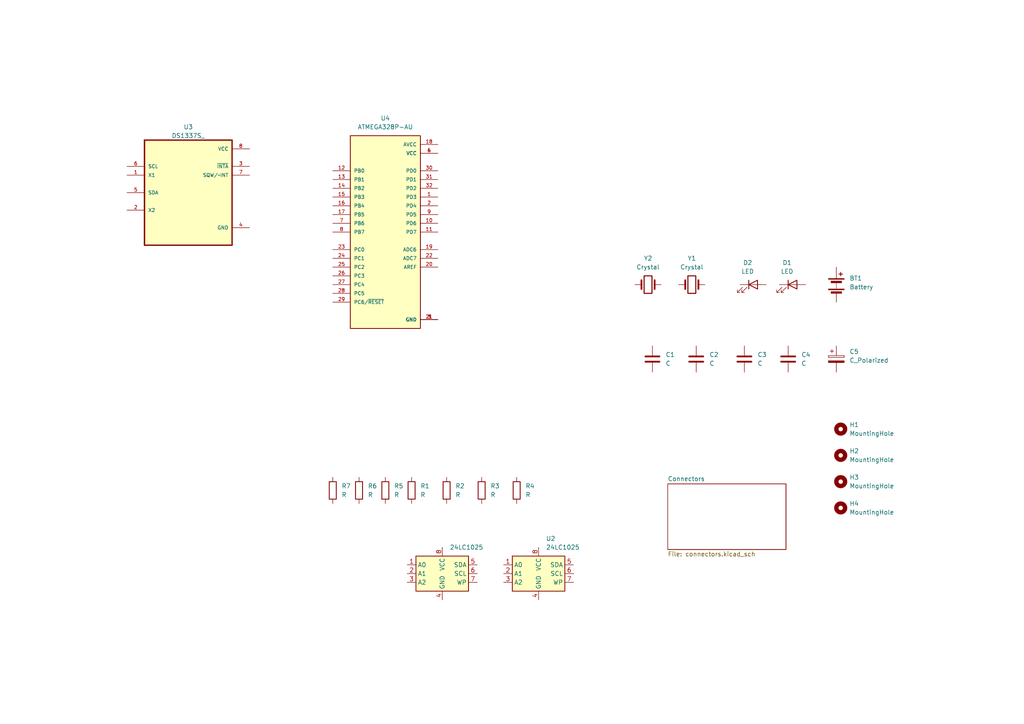
<source format=kicad_sch>
(kicad_sch (version 20250114) (generator "eeschema") (generator_version "9.0")
  (paper "A4")
  (title_block (title "${project_name}") (date "2025-08-06") (rev "1"))
  (lib_symbols
    (symbol "ATMEGA328P-AU:ATMEGA328P-AU" (pin_names (offset 1.016))
      (property "Reference" "U" (at -10.1755 29.2546 0))
      (property "Value" "ATMEGA328P-AU" (at -10.1669 -31.7714 0))
      (symbol "ATMEGA328P-AU_0_0"
        (rectangle (start -10.16 -27.94) (end 10.16 27.94) (stroke (width 0.254)) (fill (type background)))
        (pin bidirectional line (at -15.24 17.78 0) (length 5.08) (name "PB0") (number "12"))
        (pin bidirectional line (at -15.24 15.24 0) (length 5.08) (name "PB1") (number "13"))
        (pin bidirectional line (at -15.24 12.7 0) (length 5.08) (name "PB2") (number "14"))
        (pin bidirectional line (at -15.24 10.16 0) (length 5.08) (name "PB3") (number "15"))
        (pin bidirectional line (at -15.24 7.62 0) (length 5.08) (name "PB4") (number "16"))
        (pin bidirectional line (at -15.24 5.08 0) (length 5.08) (name "PB5") (number "17"))
        (pin bidirectional line (at -15.24 2.54 0) (length 5.08) (name "PB6") (number "7"))
        (pin bidirectional line (at -15.24 0 0) (length 5.08) (name "PB7") (number "8"))
        (pin bidirectional line (at -15.24 -5.08 0) (length 5.08) (name "PC0") (number "23"))
        (pin bidirectional line (at -15.24 -7.62 0) (length 5.08) (name "PC1") (number "24"))
        (pin bidirectional line (at -15.24 -10.16 0) (length 5.08) (name "PC2") (number "25"))
        (pin bidirectional line (at -15.24 -12.7 0) (length 5.08) (name "PC3") (number "26"))
        (pin bidirectional line (at -15.24 -15.24 0) (length 5.08) (name "PC4") (number "27"))
        (pin bidirectional line (at -15.24 -17.78 0) (length 5.08) (name "PC5") (number "28"))
        (pin bidirectional line (at -15.24 -20.32 0) (length 5.08) (name "PC6/~{RESET}") (number "29"))
        (pin power_in line (at 15.24 25.4 180) (length 5.08) (name "AVCC") (number "18"))
        (pin power_in line (at 15.24 22.86 180) (length 5.08) (name "VCC") (number "4"))
        (pin power_in line (at 15.24 22.86 180) (length 5.08) (name "VCC") (number "6"))
        (pin bidirectional line (at 15.24 17.78 180) (length 5.08) (name "PD0") (number "30"))
        (pin bidirectional line (at 15.24 15.24 180) (length 5.08) (name "PD1") (number "31"))
        (pin bidirectional line (at 15.24 12.7 180) (length 5.08) (name "PD2") (number "32"))
        (pin bidirectional line (at 15.24 10.16 180) (length 5.08) (name "PD3") (number "1"))
        (pin bidirectional line (at 15.24 7.62 180) (length 5.08) (name "PD4") (number "2"))
        (pin bidirectional line (at 15.24 5.08 180) (length 5.08) (name "PD5") (number "9"))
        (pin bidirectional line (at 15.24 2.54 180) (length 5.08) (name "PD6") (number "10"))
        (pin bidirectional line (at 15.24 0 180) (length 5.08) (name "PD7") (number "11"))
        (pin bidirectional line (at 15.24 -5.08 180) (length 5.08) (name "ADC6") (number "19"))
        (pin bidirectional line (at 15.24 -7.62 180) (length 5.08) (name "ADC7") (number "22"))
        (pin input line (at 15.24 -10.16 180) (length 5.08) (name "AREF") (number "20"))
        (pin power_in line (at 15.24 -25.4 180) (length 5.08) (name "GND") (number "21"))
        (pin power_in line (at 15.24 -25.4 180) (length 5.08) (name "GND") (number "3"))
        (pin power_in line (at 15.24 -25.4 180) (length 5.08) (name "GND") (number "5"))
      )
    )
    (symbol "DS1337S_:DS1337S_" (pin_names (offset 1.016))
      (property "Reference" "U" (at -12.7 16.24 0))
      (property "Value" "DS1337S_" (at -12.7 -19.24 0))
      (symbol "DS1337S__0_0"
        (rectangle (start -12.7 -15.24) (end 12.7 15.24) (stroke (width 0.41)) (fill (type background)))
        (pin input line (at -17.78 7.62 0) (length 5.08) (name "SCL") (number "6"))
        (pin input line (at -17.78 5.08 0) (length 5.08) (name "X1") (number "1"))
        (pin bidirectional line (at -17.78 0 0) (length 5.08) (name "SDA") (number "5"))
        (pin bidirectional line (at -17.78 -5.08 0) (length 5.08) (name "X2") (number "2"))
        (pin power_in line (at 17.78 12.7 180) (length 5.08) (name "VCC") (number "8"))
        (pin output line (at 17.78 7.62 180) (length 5.08) (name "~{INTA}") (number "3"))
        (pin output line (at 17.78 5.08 180) (length 5.08) (name "SQW/~INT") (number "7"))
        (pin power_in line (at 17.78 -10.16 180) (length 5.08) (name "GND") (number "4"))
      )
    )
    (symbol "Device:Battery" (pin_numbers (hide yes)) (pin_names (offset 0) (hide yes))
      (property "Reference" "BT" (at 2.54 2.54 0))
      (property "Value" "Battery" (at 2.54 0 0))
      (symbol "Battery_0_1"
        (rectangle (start -2.286 1.778) (end 2.286 1.524) (fill (type outline)))
        (rectangle (start -2.286 -1.27) (end 2.286 -1.524) (fill (type outline)))
        (rectangle (start -1.524 1.016) (end 1.524 0.508) (fill (type outline)))
        (rectangle (start -1.524 -2.032) (end 1.524 -2.54) (fill (type outline)))
        (polyline (pts (xy 0 1.778) (xy 0 2.54)))
        (polyline (pts (xy 0 0) (xy 0 0.254)))
        (polyline (pts (xy 0 -0.508) (xy 0 -0.254)))
        (polyline (pts (xy 0 -1.016) (xy 0 -0.762)))
        (polyline (pts (xy 0.762 3.048) (xy 1.778 3.048)) (stroke (width 0.254)))
        (polyline (pts (xy 1.27 3.556) (xy 1.27 2.54)) (stroke (width 0.254)))
      )
      (symbol "Battery_1_1"
        (pin passive line (at 0 5.08 270) (length 2.54) (name "+") (number "1"))
        (pin passive line (at 0 -5.08 90) (length 2.54) (name "-") (number "2"))
      )
    )
    (symbol "Device:C" (pin_numbers (hide yes)) (pin_names (offset 0.254))
      (property "Reference" "C" (at 0.635 2.54 0))
      (property "Value" "C" (at 0.635 -2.54 0))
      (symbol "C_0_1"
        (polyline (pts (xy -2.032 0.762) (xy 2.032 0.762)) (stroke (width 0.508)))
        (polyline (pts (xy -2.032 -0.762) (xy 2.032 -0.762)) (stroke (width 0.508)))
      )
      (symbol "C_1_1"
        (pin passive line (at 0 3.81 270) (length 2.794) (name "~") (number "1"))
        (pin passive line (at 0 -3.81 90) (length 2.794) (name "~") (number "2"))
      )
    )
    (symbol "Device:C_Polarized" (pin_numbers (hide yes)) (pin_names (offset 0.254))
      (property "Reference" "C" (at 0.635 2.54 0))
      (property "Value" "C_Polarized" (at 0.635 -2.54 0))
      (symbol "C_Polarized_0_1"
        (rectangle (start -2.286 0.508) (end 2.286 1.016))
        (polyline (pts (xy -1.778 2.286) (xy -0.762 2.286)))
        (polyline (pts (xy -1.27 2.794) (xy -1.27 1.778)))
        (rectangle (start 2.286 -0.508) (end -2.286 -1.016) (fill (type outline)))
      )
      (symbol "C_Polarized_1_1"
        (pin passive line (at 0 3.81 270) (length 2.794) (name "~") (number "1"))
        (pin passive line (at 0 -3.81 90) (length 2.794) (name "~") (number "2"))
      )
    )
    (symbol "Device:Crystal" (pin_numbers (hide yes)) (pin_names (offset 1.016) (hide yes))
      (property "Reference" "Y" (at 0 3.81 0))
      (property "Value" "Crystal" (at 0 -3.81 0))
      (symbol "Crystal_0_1"
        (polyline (pts (xy -2.54 0) (xy -1.905 0)))
        (polyline (pts (xy -1.905 -1.27) (xy -1.905 1.27)) (stroke (width 0.508)))
        (rectangle (start -1.143 2.54) (end 1.143 -2.54) (stroke (width 0.3048)))
        (polyline (pts (xy 1.905 -1.27) (xy 1.905 1.27)) (stroke (width 0.508)))
        (polyline (pts (xy 2.54 0) (xy 1.905 0)))
      )
      (symbol "Crystal_1_1"
        (pin passive line (at -3.81 0 0) (length 1.27) (name "1") (number "1"))
        (pin passive line (at 3.81 0 180) (length 1.27) (name "2") (number "2"))
      )
    )
    (symbol "Device:LED" (pin_numbers (hide yes)) (pin_names (offset 1.016) (hide yes))
      (property "Reference" "D" (at 0 2.54 0))
      (property "Value" "LED" (at 0 -2.54 0))
      (symbol "LED_0_1"
        (polyline (pts (xy -3.048 -0.762) (xy -4.572 -2.286) (xy -3.81 -2.286) (xy -4.572 -2.286) (xy -4.572 -1.524)))
        (polyline (pts (xy -1.778 -0.762) (xy -3.302 -2.286) (xy -2.54 -2.286) (xy -3.302 -2.286) (xy -3.302 -1.524)))
        (polyline (pts (xy -1.27 0) (xy 1.27 0)))
        (polyline (pts (xy -1.27 -1.27) (xy -1.27 1.27)) (stroke (width 0.254)))
        (polyline (pts (xy 1.27 -1.27) (xy 1.27 1.27) (xy -1.27 0) (xy 1.27 -1.27)) (stroke (width 0.254)))
      )
      (symbol "LED_1_1"
        (pin passive line (at -3.81 0 0) (length 2.54) (name "K") (number "1"))
        (pin passive line (at 3.81 0 180) (length 2.54) (name "A") (number "2"))
      )
    )
    (symbol "Device:R" (pin_numbers (hide yes)) (pin_names (offset 0))
      (property "Reference" "R" (at 2.032 0 90))
      (property "Value" "R" (at 0 0 90))
      (symbol "R_0_1"
        (rectangle (start -1.016 -2.54) (end 1.016 2.54) (stroke (width 0.254)))
      )
      (symbol "R_1_1"
        (pin passive line (at 0 3.81 270) (length 1.27) (name "~") (number "1"))
        (pin passive line (at 0 -3.81 90) (length 1.27) (name "~") (number "2"))
      )
    )
    (symbol "Mechanical:MountingHole" (pin_names (offset 1.016)) (in_bom no)
      (property "Reference" "H" (at 0 5.08 0))
      (property "Value" "MountingHole" (at 0 3.175 0))
      (symbol "MountingHole_0_1"
        (circle (center 0 0) (radius 1.27) (stroke (width 1.27)))
      )
    )
    (symbol "Memory_EEPROM:24LC1025"
      (property "Reference" "U" (at -6.35 6.35 0))
      (property "Value" "24LC1025" (at 1.27 6.35 0))
      (symbol "24LC1025_1_1"
        (rectangle (start -7.62 5.08) (end 7.62 -5.08) (stroke (width 0.254)) (fill (type background)))
        (pin input line (at -10.16 2.54 0) (length 2.54) (name "A0") (number "1"))
        (pin input line (at -10.16 0 0) (length 2.54) (name "A1") (number "2"))
        (pin input line (at -10.16 -2.54 0) (length 2.54) (name "A2") (number "3"))
        (pin power_in line (at 0 7.62 270) (length 2.54) (name "VCC") (number "8"))
        (pin power_in line (at 0 -7.62 90) (length 2.54) (name "GND") (number "4"))
        (pin bidirectional line (at 10.16 2.54 180) (length 2.54) (name "SDA") (number "5"))
        (pin input line (at 10.16 0 180) (length 2.54) (name "SCL") (number "6"))
        (pin input line (at 10.16 -2.54 180) (length 2.54) (name "WP") (number "7"))
      )
    )
  )
  (symbol (lib_id "Device:R") (at 149.86 142.24 0) (unit 1)
    (property "Reference" "R4" (at 152.4 140.9699 0) (effects (justify left)))
    (property "Value" "R" (at 152.4 143.5099 0) (effects (justify left)))
    (property "Description" "Resistor" (effects (hide yes)))
  )
  (symbol (lib_id "Device:C") (at 189.23 104.14 0) (unit 1)
    (property "Reference" "C1" (at 193.04 102.8699 0) (effects (justify left)))
    (property "Value" "C" (at 193.04 105.4099 0) (effects (justify left)))
    (property "Description" "Unpolarized capacitor" (effects (hide yes)))
  )
  (symbol (lib_id "Device:R") (at 119.38 142.24 0) (unit 1)
    (property "Reference" "R1" (at 121.92 140.9699 0) (effects (justify left)))
    (property "Value" "R" (at 121.92 143.5099 0) (effects (justify left)))
    (property "Description" "Resistor" (effects (hide yes)))
  )
  (symbol (lib_id "Device:Battery") (at 242.57 82.55 0) (unit 1)
    (property "Reference" "BT1" (at 246.38 80.7084 0) (effects (justify left)))
    (property "Value" "Battery" (at 246.38 83.2484 0) (effects (justify left)))
    (property "Description" "Multiple-cell battery" (effects (hide yes)))
  )
  (symbol (lib_id "Device:R") (at 96.52 142.24 0) (unit 1)
    (property "Reference" "R7" (at 99.06 140.9699 0) (effects (justify left)))
    (property "Value" "R" (at 99.06 143.5099 0) (effects (justify left)))
    (property "Description" "Resistor" (effects (hide yes)))
  )
  (symbol (lib_id "Mechanical:MountingHole") (at 243.84 124.46 0) (unit 1) (in_bom no)
    (property "Reference" "H1" (at 246.38 123.1899 0) (effects (justify left)))
    (property "Value" "MountingHole" (at 246.38 125.7299 0) (effects (justify left)))
    (property "Description" "Mounting Hole without connection" (effects (hide yes)))
  )
  (symbol (lib_id "Device:C") (at 228.6 104.14 0) (unit 1)
    (property "Reference" "C4" (at 232.41 102.8699 0) (effects (justify left)))
    (property "Value" "C" (at 232.41 105.4099 0) (effects (justify left)))
    (property "Description" "Unpolarized capacitor" (effects (hide yes)))
  )
  (symbol (lib_id "DS1337S_:DS1337S_") (at 54.61 55.88 0) (unit 1)
    (property "Reference" "U3" (at 54.61 36.83 0))
    (property "Value" "DS1337S_" (at 54.61 39.37 0))
    (property "Footprint" "DS1337S_:SOIC127P600X175-8N" (effects (hide yes)))
    (property "MF" "Analog Devices" (effects (hide yes)))
    (property "Description_1" "I²C Serial Real-Time Clock" (effects (hide yes)))
    (property "Package" "SOIC-8 Maxim" (effects (hide yes)))
    (property "Price" "None" (effects (hide yes)))
    (property "SnapEDA_Link" "https://www.snapeda.com/parts/DS1337S+/Analog+Devices/view-part/?ref=snap" (effects (hide yes)))
    (property "MP" "DS1337S+" (effects (hide yes)))
    (property "Availability" "In Stock" (effects (hide yes)))
    (property "Check_prices" "https://www.snapeda.com/parts/DS1337S+/Analog+Devices/view-part/?ref=eda" (effects (hide yes)))
  )
  (symbol (lib_id "Device:C") (at 215.9 104.14 0) (unit 1)
    (property "Reference" "C3" (at 219.71 102.8699 0) (effects (justify left)))
    (property "Value" "C" (at 219.71 105.4099 0) (effects (justify left)))
    (property "Description" "Unpolarized capacitor" (effects (hide yes)))
  )
  (symbol (lib_id "Device:LED") (at 218.44 82.55 0) (unit 1)
    (property "Reference" "D2" (at 216.8525 76.2 0))
    (property "Value" "LED" (at 216.8525 78.74 0))
    (property "Description" "Light emitting diode" (effects (hide yes)))
    (property "Sim.Pins" "1=K 2=A" (effects (hide yes)))
  )
  (symbol (lib_id "Device:Crystal") (at 200.66 82.55 0) (unit 1)
    (property "Reference" "Y1" (at 200.66 74.93 0))
    (property "Value" "Crystal" (at 200.66 77.47 0))
    (property "Description" "Two pin crystal" (effects (hide yes)))
  )
  (symbol (lib_id "Device:R") (at 104.14 142.24 0) (unit 1)
    (property "Reference" "R6" (at 106.68 140.9699 0) (effects (justify left)))
    (property "Value" "R" (at 106.68 143.5099 0) (effects (justify left)))
    (property "Description" "Resistor" (effects (hide yes)))
  )
  (symbol (lib_id "Device:LED") (at 229.87 82.55 0) (unit 1)
    (property "Reference" "D1" (at 228.2825 76.2 0))
    (property "Value" "LED" (at 228.2825 78.74 0))
    (property "Description" "Light emitting diode" (effects (hide yes)))
    (property "Sim.Pins" "1=K 2=A" (effects (hide yes)))
  )
  (symbol (lib_id "Mechanical:MountingHole") (at 243.84 139.7 0) (unit 1) (in_bom no)
    (property "Reference" "H3" (at 246.38 138.4299 0) (effects (justify left)))
    (property "Value" "MountingHole" (at 246.38 140.9699 0) (effects (justify left)))
    (property "Description" "Mounting Hole without connection" (effects (hide yes)))
  )
  (symbol (lib_id "Device:C_Polarized") (at 242.57 104.14 0) (unit 1)
    (property "Reference" "C5" (at 246.38 101.9809 0) (effects (justify left)))
    (property "Value" "C_Polarized" (at 246.38 104.5209 0) (effects (justify left)))
    (property "Description" "Polarized capacitor" (effects (hide yes)))
  )
  (symbol (lib_id "Device:R") (at 111.76 142.24 0) (unit 1)
    (property "Reference" "R5" (at 114.3 140.9699 0) (effects (justify left)))
    (property "Value" "R" (at 114.3 143.5099 0) (effects (justify left)))
    (property "Description" "Resistor" (effects (hide yes)))
  )
  (symbol (lib_id "ATMEGA328P-AU:ATMEGA328P-AU") (at 111.76 67.31 0) (unit 1)
    (property "Reference" "U4" (at 111.76 34.29 0))
    (property "Value" "ATMEGA328P-AU" (at 111.76 36.83 0))
    (property "Footprint" "ATMEGA328P-AU:QFP80P900X900X120-32N" (effects (hide yes)))
    (property "MF" "Microchip" (effects (hide yes)))
    (property "MAXIMUM_PACKAGE_HEIGHT" "1.20mm" (effects (hide yes)))
    (property "Package" "TQFP-32 Microchip" (effects (hide yes)))
    (property "Price" "None" (effects (hide yes)))
    (property "Check_prices" "https://www.snapeda.com/parts/ATMEGA328P-AU/Microchip/view-part/?ref=eda" (effects (hide yes)))
    (property "STANDARD" "IPC-7351B" (effects (hide yes)))
    (property "PARTREV" "8271A" (effects (hide yes)))
    (property "SnapEDA_Link" "https://www.snapeda.com/parts/ATMEGA328P-AU/Microchip/view-part/?ref=snap" (effects (hide yes)))
    (property "MP" "ATMEGA328P-AU" (effects (hide yes)))
    (property "Description_1" "AVR AVR® ATmega Microcontroller IC 8-Bit 20MHz 32KB (16K x 16) FLASH 32-TQFP (7x7)" (effects (hide yes)))
    (property "Availability" "In Stock" (effects (hide yes)))
    (property "MANUFACTURER" "Microchip" (effects (hide yes)))
  )
  (symbol (lib_id "Mechanical:MountingHole") (at 243.84 147.32 0) (unit 1) (in_bom no)
    (property "Reference" "H4" (at 246.38 146.0499 0) (effects (justify left)))
    (property "Value" "MountingHole" (at 246.38 148.5899 0) (effects (justify left)))
    (property "Description" "Mounting Hole without connection" (effects (hide yes)))
  )
  (symbol (lib_id "Device:R") (at 139.7 142.24 0) (unit 1)
    (property "Reference" "R3" (at 142.24 140.9699 0) (effects (justify left)))
    (property "Value" "R" (at 142.24 143.5099 0) (effects (justify left)))
    (property "Description" "Resistor" (effects (hide yes)))
  )
  (symbol (lib_id "Mechanical:MountingHole") (at 243.84 132.08 0) (unit 1) (in_bom no)
    (property "Reference" "H2" (at 246.38 130.8099 0) (effects (justify left)))
    (property "Value" "MountingHole" (at 246.38 133.3499 0) (effects (justify left)))
    (property "Description" "Mounting Hole without connection" (effects (hide yes)))
  )
  (symbol (lib_id "Memory_EEPROM:24LC1025") (at 128.27 166.37 0) (unit 1)
    (property "Reference" "U1" (effects (hide yes)))
    (property "Value" "24LC1025" (at 130.4133 158.75 0) (effects (justify left)))
    (property "Datasheet" "http://ww1.microchip.com/downloads/en/DeviceDoc/21941B.pdf" (effects (hide yes)))
    (property "Description" "I2C Serial EEPROM, 1024Kb, DIP-8/SOIC-8/TSSOP-8/DFN-8" (effects (hide yes)))
  )
  (symbol (lib_id "Device:C") (at 201.93 104.14 0) (unit 1)
    (property "Reference" "C2" (at 205.74 102.8699 0) (effects (justify left)))
    (property "Value" "C" (at 205.74 105.4099 0) (effects (justify left)))
    (property "Description" "Unpolarized capacitor" (effects (hide yes)))
  )
  (symbol (lib_id "Device:Crystal") (at 187.96 82.55 0) (unit 1)
    (property "Reference" "Y2" (at 187.96 74.93 0))
    (property "Value" "Crystal" (at 187.96 77.47 0))
    (property "Description" "Two pin crystal" (effects (hide yes)))
  )
  (symbol (lib_id "Device:R") (at 129.54 142.24 0) (unit 1)
    (property "Reference" "R2" (at 132.08 140.9699 0) (effects (justify left)))
    (property "Value" "R" (at 132.08 143.5099 0) (effects (justify left)))
    (property "Description" "Resistor" (effects (hide yes)))
  )
  (symbol (lib_id "Memory_EEPROM:24LC1025") (at 156.21 166.37 0) (unit 1)
    (property "Reference" "U2" (at 158.3533 156.21 0) (effects (justify left)))
    (property "Value" "24LC1025" (at 158.3533 158.75 0) (effects (justify left)))
    (property "Datasheet" "http://ww1.microchip.com/downloads/en/DeviceDoc/21941B.pdf" (effects (hide yes)))
    (property "Description" "I2C Serial EEPROM, 1024Kb, DIP-8/SOIC-8/TSSOP-8/DFN-8" (effects (hide yes)))
  )
  (sheet (at 193.675 140.335) (size 34.29 19.05) (stroke (width 0.1524))
    (property "Sheetname" "Connectors" (at 193.675 139.6234 0) (effects (justify left bottom)))
    (property "Sheetfile" "connectors.kicad_sch" (at 193.675 159.9696 0) (effects (justify left top)))
  )
)
</source>
